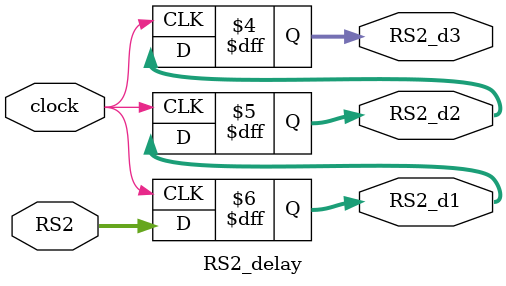
<source format=v>
module RS2_delay(RS2,RS2_d1,RS2_d2,RS2_d3,clock);
input [4:0]RS2;
output [4:0]RS2_d1;
output [4:0]RS2_d2;
output [4:0]RS2_d3;
input clock;
reg [4:0]RS2_d1;
reg [4:0]RS2_d2;
reg [4:0]RS2_d3;

always@(posedge clock)
begin
RS2_d1<=RS2;
end

always@(posedge clock)
begin
RS2_d2<=RS2_d1;
end

always@(posedge clock)
begin
RS2_d3<=RS2_d2;
end

endmodule

</source>
